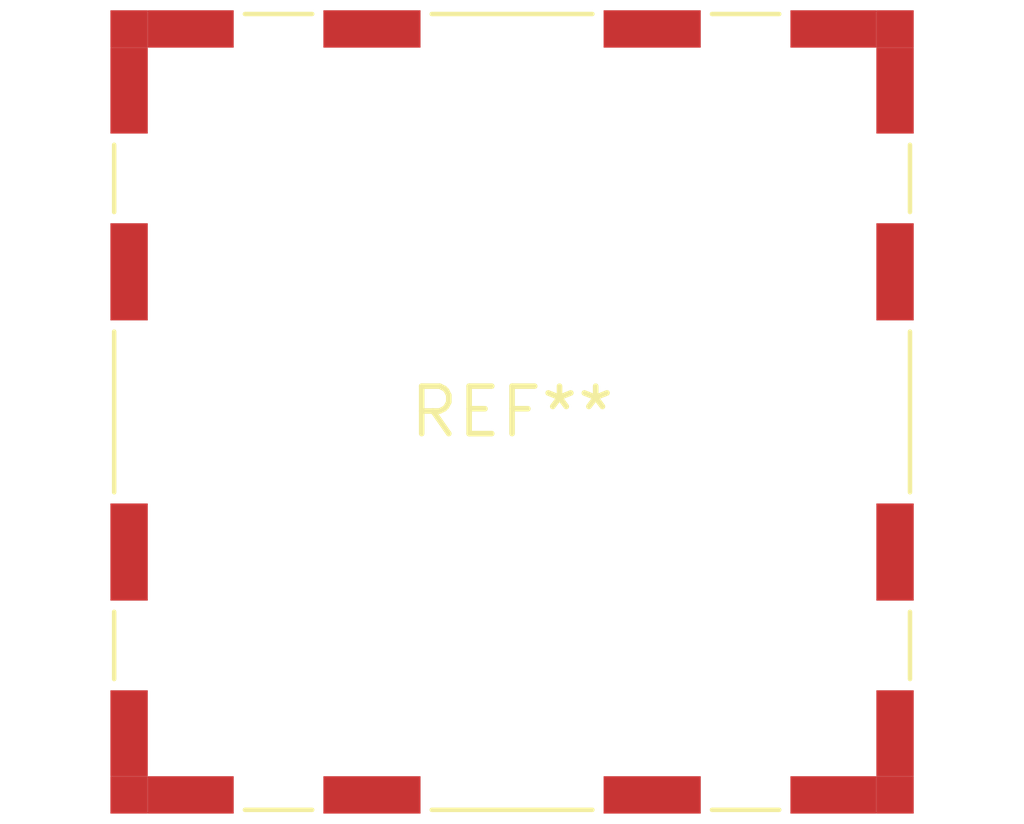
<source format=kicad_pcb>
(kicad_pcb (version 20240108) (generator pcbnew)
  (layers (0 "F.Cu" signal) (31 "B.Cu" signal) (34 "B.Paste" user) (35 "F.Paste" user) (36 "B.SilkS" user "B.Silkscreen") (37 "F.SilkS" user "F.Silkscreen") (38 "B.Mask" user) (39 "F.Mask" user) (44 "Edge.Cuts" user))
  (net 0 "")
  (footprint "Wuerth_36103205_20x20mm" (layer "F.Cu") (at 0 0)
    (property "Reference" "REF**")
    (property "Value" "Wuerth_36103205_20x20mm")
    (fp_line (start -10.65 -7.15) (end -10.65 -5.35) (layer "F.SilkS") (stroke (width 0.12)))
    (fp_line (start -10.65 -2.15) (end -10.65 2.15) (layer "F.SilkS") (stroke (width 0.12)))
    (fp_line (start -10.65 5.35) (end -10.65 7.15) (layer "F.SilkS") (stroke (width 0.12)))
    (fp_line (start -7.15 -10.65) (end -5.35 -10.65) (layer "F.SilkS") (stroke (width 0.12)))
    (fp_line (start -7.15 10.65) (end -5.35 10.65) (layer "F.SilkS") (stroke (width 0.12)))
    (fp_line (start -2.15 -10.65) (end 2.15 -10.65) (layer "F.SilkS") (stroke (width 0.12)))
    (fp_line (start -2.15 10.65) (end 2.15 10.65) (layer "F.SilkS") (stroke (width 0.12)))
    (fp_line (start 5.35 -10.65) (end 7.15 -10.65) (layer "F.SilkS") (stroke (width 0.12)))
    (fp_line (start 5.35 10.65) (end 7.15 10.65) (layer "F.SilkS") (stroke (width 0.12)))
    (fp_line (start 10.65 -7.15) (end 10.65 -5.35) (layer "F.SilkS") (stroke (width 0.12)))
    (fp_line (start 10.65 -2.15) (end 10.65 2.15) (layer "F.SilkS") (stroke (width 0.12)))
    (fp_line (start 10.65 5.35) (end 10.65 7.15) (layer "F.SilkS") (stroke (width 0.12)))
    (pad "1" smd rect (at -10.25 -10.25) (size 1 1) (layers "F.Cu" "F.Paste" "F.Mask"))
    (pad "1" smd rect (at -10.25 -8.6) (size 1 2.3) (layers "F.Cu" "F.Paste" "F.Mask"))
    (pad "1" smd rect (at -10.25 -3.75) (size 1 2.6) (layers "F.Cu" "F.Paste" "F.Mask"))
    (pad "1" smd rect (at -10.25 3.75) (size 1 2.6) (layers "F.Cu" "F.Paste" "F.Mask"))
    (pad "1" smd rect (at -10.25 8.6) (size 1 2.3) (layers "F.Cu" "F.Paste" "F.Mask"))
    (pad "1" smd rect (at -10.25 10.25) (size 1 1) (layers "F.Cu" "F.Paste" "F.Mask"))
    (pad "1" smd rect (at -8.6 -10.25) (size 2.3 1) (layers "F.Cu" "F.Paste" "F.Mask"))
    (pad "1" smd rect (at -8.6 10.25) (size 2.3 1) (layers "F.Cu" "F.Paste" "F.Mask"))
    (pad "1" smd rect (at -3.75 -10.25) (size 2.6 1) (layers "F.Cu" "F.Paste" "F.Mask"))
    (pad "1" smd rect (at -3.75 10.25) (size 2.6 1) (layers "F.Cu" "F.Paste" "F.Mask"))
    (pad "1" smd rect (at 3.75 -10.25) (size 2.6 1) (layers "F.Cu" "F.Paste" "F.Mask"))
    (pad "1" smd rect (at 3.75 10.25) (size 2.6 1) (layers "F.Cu" "F.Paste" "F.Mask"))
    (pad "1" smd rect (at 8.6 -10.25) (size 2.3 1) (layers "F.Cu" "F.Paste" "F.Mask"))
    (pad "1" smd rect (at 8.6 10.25) (size 2.3 1) (layers "F.Cu" "F.Paste" "F.Mask"))
    (pad "1" smd rect (at 10.25 -10.25) (size 1 1) (layers "F.Cu" "F.Paste" "F.Mask"))
    (pad "1" smd rect (at 10.25 -8.6) (size 1 2.3) (layers "F.Cu" "F.Paste" "F.Mask"))
    (pad "1" smd rect (at 10.25 -3.75) (size 1 2.6) (layers "F.Cu" "F.Paste" "F.Mask"))
    (pad "1" smd rect (at 10.25 3.75) (size 1 2.6) (layers "F.Cu" "F.Paste" "F.Mask"))
    (pad "1" smd rect (at 10.25 8.6) (size 1 2.3) (layers "F.Cu" "F.Paste" "F.Mask"))
    (pad "1" smd rect (at 10.25 10.25) (size 1 1) (layers "F.Cu" "F.Paste" "F.Mask"))
  )
)
</source>
